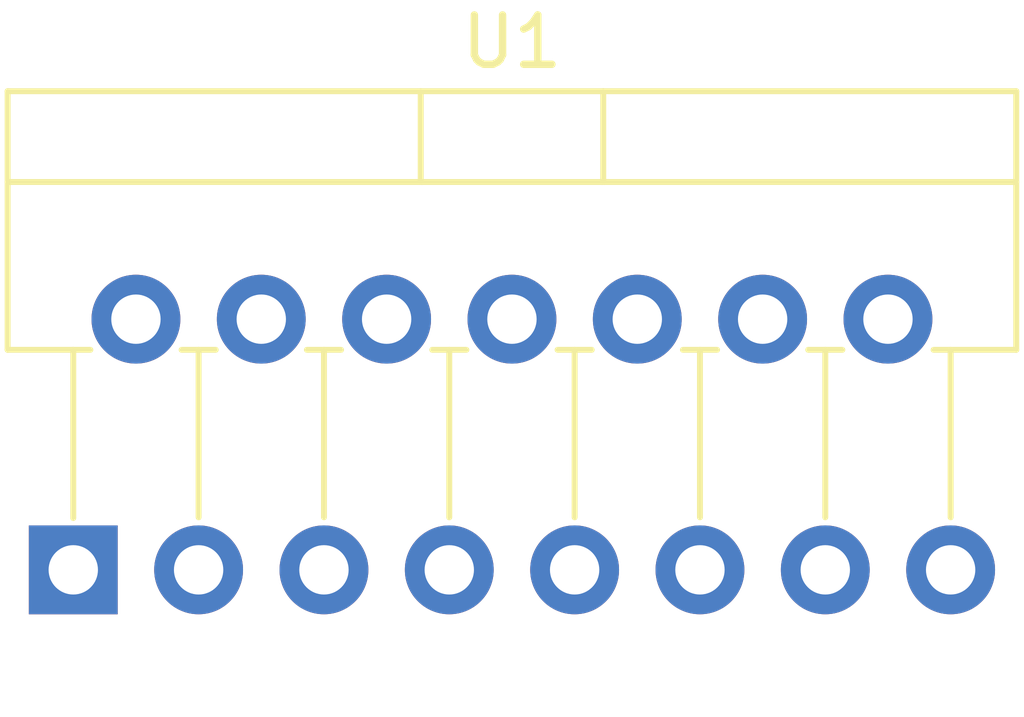
<source format=kicad_pcb>
(kicad_pcb (version 20221018) (generator pcbnew)
  (layers (0 "F.Cu" signal) (31 "B.Cu" signal) (34 "B.Paste" user) (35 "F.Paste" user) (36 "B.SilkS" user "B.Silkscreen") (37 "F.SilkS" user "F.Silkscreen") (38 "B.Mask" user) (39 "F.Mask" user) (44 "Edge.Cuts" user))
  (net 0 "")
  (net 3 "Net-(U1C-V+-Pad13)")
  (footprint "Package_TO_SOT_THT:TO-220-15_P2.54x2.54mm_StaggerOdd_Lead4.58mm_Vertical" (layer "F.Cu") (at 105.41 80.01)
    (fp_text reference "U1" (at 8.89 -10.7) (layer "F.SilkS"))
    (fp_text value "TDA7297")
    (fp_line (start -1.33 -9.7) (end -1.33 -4.459) (stroke (width 0.12)) (layer "F.SilkS"))
    (fp_line (start -1.33 -9.7) (end 19.11 -9.7) (stroke (width 0.12)) (layer "F.SilkS"))
    (fp_line (start -1.33 -7.86) (end 19.11 -7.86) (stroke (width 0.12)) (layer "F.SilkS"))
    (fp_line (start -1.33 -4.459) (end 0.346 -4.459) (stroke (width 0.12)) (layer "F.SilkS"))
    (fp_line (start 0 -4.459) (end 0 -1.05) (stroke (width 0.12)) (layer "F.SilkS"))
    (fp_line (start 2.195 -4.459) (end 2.886 -4.459) (stroke (width 0.12)) (layer "F.SilkS"))
    (fp_line (start 2.54 -4.459) (end 2.54 -1.065) (stroke (width 0.12)) (layer "F.SilkS"))
    (fp_line (start 4.735 -4.459) (end 5.426 -4.459) (stroke (width 0.12)) (layer "F.SilkS"))
    (fp_line (start 5.08 -4.459) (end 5.08 -1.065) (stroke (width 0.12)) (layer "F.SilkS"))
    (fp_line (start 7.041 -9.7) (end 7.041 -7.86) (stroke (width 0.12)) (layer "F.SilkS"))
    (fp_line (start 7.275 -4.459) (end 7.966 -4.459) (stroke (width 0.12)) (layer "F.SilkS"))
    (fp_line (start 7.62 -4.459) (end 7.62 -1.065) (stroke (width 0.12)) (layer "F.SilkS"))
    (fp_line (start 9.815 -4.459) (end 10.506 -4.459) (stroke (width 0.12)) (layer "F.SilkS"))
    (fp_line (start 10.16 -4.459) (end 10.16 -1.065) (stroke (width 0.12)) (layer "F.SilkS"))
    (fp_line (start 10.74 -9.7) (end 10.74 -7.86) (stroke (width 0.12)) (layer "F.SilkS"))
    (fp_line (start 12.355 -4.459) (end 13.046 -4.459) (stroke (width 0.12)) (layer "F.SilkS"))
    (fp_line (start 12.7 -4.459) (end 12.7 -1.065) (stroke (width 0.12)) (layer "F.SilkS"))
    (fp_line (start 14.895 -4.459) (end 15.586 -4.459) (stroke (width 0.12)) (layer "F.SilkS"))
    (fp_line (start 15.24 -4.459) (end 15.24 -1.065) (stroke (width 0.12)) (layer "F.SilkS"))
    (fp_line (start 17.435 -4.459) (end 19.11 -4.459) (stroke (width 0.12)) (layer "F.SilkS"))
    (fp_line (start 17.78 -4.459) (end 17.78 -1.065) (stroke (width 0.12)) (layer "F.SilkS"))
    (fp_line (start 19.11 -9.7) (end 19.11 -4.459) (stroke (width 0.12)) (layer "F.SilkS"))
    (pad "1" thru_hole rect (at 0 0) (size 1.8 1.8) (drill 1) (layers "*.Cu" "*.Mask"))
    (pad "2" thru_hole oval (at 1.27 -5.08) (size 1.8 1.8) (drill 1) (layers "*.Cu" "*.Mask"))
    (pad "3" thru_hole oval (at 2.54 0) (size 1.8 1.8) (drill 1) (layers "*.Cu" "*.Mask") (net 3 "Net-(U1C-V+-Pad13)"))
    (pad "4" thru_hole oval (at 3.81 -5.08) (size 1.8 1.8) (drill 1) (layers "*.Cu" "*.Mask"))
    (pad "5" thru_hole oval (at 5.08 0) (size 1.8 1.8) (drill 1) (layers "*.Cu" "*.Mask"))
    (pad "6" thru_hole oval (at 6.35 -5.08) (size 1.8 1.8) (drill 1) (layers "*.Cu" "*.Mask"))
    (pad "7" thru_hole oval (at 7.62 0) (size 1.8 1.8) (drill 1) (layers "*.Cu" "*.Mask"))
    (pad "8" thru_hole oval (at 8.89 -5.08) (size 1.8 1.8) (drill 1) (layers "*.Cu" "*.Mask"))
    (pad "9" thru_hole oval (at 10.16 0) (size 1.8 1.8) (drill 1) (layers "*.Cu" "*.Mask"))
    (pad "10" thru_hole oval (at 11.43 -5.08) (size 1.8 1.8) (drill 1) (layers "*.Cu" "*.Mask"))
    (pad "11" thru_hole oval (at 12.7 0) (size 1.8 1.8) (drill 1) (layers "*.Cu" "*.Mask"))
    (pad "12" thru_hole oval (at 13.97 -5.08) (size 1.8 1.8) (drill 1) (layers "*.Cu" "*.Mask"))
    (pad "13" thru_hole oval (at 15.24 0) (size 1.8 1.8) (drill 1) (layers "*.Cu" "*.Mask") (net 3 "Net-(U1C-V+-Pad13)"))
    (pad "14" thru_hole oval (at 16.51 -5.08) (size 1.8 1.8) (drill 1) (layers "*.Cu" "*.Mask"))
    (pad "15" thru_hole oval (at 17.78 0) (size 1.8 1.8) (drill 1) (layers "*.Cu" "*.Mask"))
  )
)
</source>
